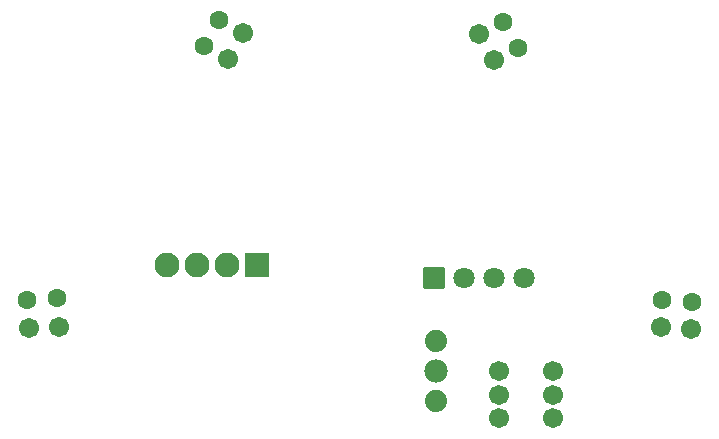
<source format=gbs>
G04 Layer: BottomSolderMaskLayer*
G04 EasyEDA v6.5.46, 2025-06-12 16:27:01*
G04 6984151e568f4603bee7606f082ae18e,f8d66010605f41bc84f108214e51d488,10*
G04 Gerber Generator version 0.2*
G04 Scale: 100 percent, Rotated: No, Reflected: No *
G04 Dimensions in millimeters *
G04 leading zeros omitted , absolute positions ,4 integer and 5 decimal *
%FSLAX45Y45*%
%MOMM*%

%AMMACRO1*4,1,8,-0.8711,-0.9008,-0.9008,-0.871,-0.9008,0.8711,-0.8711,0.9008,0.871,0.9008,0.9008,0.8711,0.9008,-0.871,0.871,-0.9008,-0.8711,-0.9008,0*%
%AMMACRO2*4,1,8,-1.0211,-1.0508,-1.0508,-1.021,-1.0508,1.0211,-1.0211,1.0508,1.021,1.0508,1.0508,1.0211,1.0508,-1.021,1.021,-1.0508,-1.0211,-1.0508,0*%
%ADD10C,1.7016*%
%ADD11MACRO1*%
%ADD12C,1.8016*%
%ADD13MACRO2*%
%ADD14C,2.1016*%
%ADD15C,1.7031*%
%ADD16C,1.6015*%
%ADD17C,1.9812*%
%ADD18C,1.8796*%

%LPD*%
D10*
G01*
X1172108Y3952951D03*
G01*
X1172108Y4152950D03*
G01*
X1172108Y4352950D03*
G01*
X1622094Y4352950D03*
G01*
X1622094Y4152950D03*
G01*
X1622094Y3952951D03*
D11*
G01*
X618997Y5139989D03*
D12*
G01*
X872997Y5139994D03*
G01*
X1126997Y5139994D03*
G01*
X1380997Y5139994D03*
D13*
G01*
X-879995Y5249986D03*
D14*
G01*
X-1134008Y5249976D03*
G01*
X-1388008Y5249976D03*
G01*
X-1642008Y5249976D03*
D15*
G01*
X-1002512Y7214641D03*
G01*
X-1129512Y6994677D03*
G01*
X-2557221Y4729606D03*
G01*
X-2810865Y4716322D03*
G01*
X1125601Y6988124D03*
G01*
X998601Y7208088D03*
G01*
X2789910Y4714798D03*
G01*
X2536266Y4728108D03*
D16*
G01*
X-2577998Y4969713D03*
G01*
X-2831668Y4956403D03*
G01*
X-1198473Y7327264D03*
G01*
X-1325473Y7107301D03*
G01*
X1325422Y7090613D03*
G01*
X1198422Y7310602D03*
G01*
X2805811Y4943119D03*
G01*
X2552166Y4956429D03*
D17*
G01*
X637209Y4352315D03*
D18*
G01*
X637209Y4606315D03*
G01*
X637006Y4101464D03*
M02*

</source>
